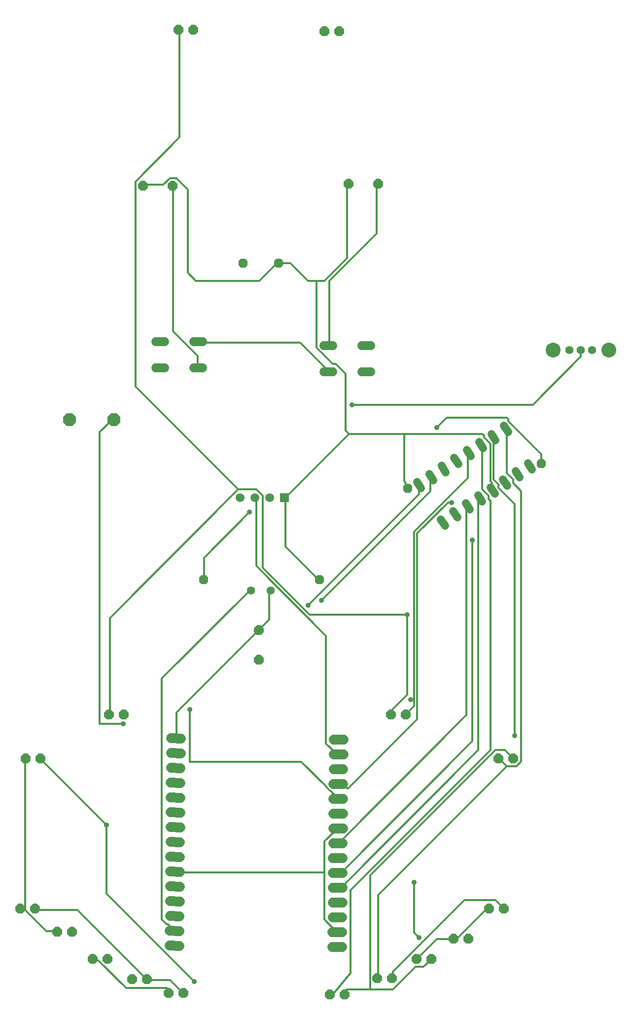
<source format=gbr>
G04 EAGLE Gerber RS-274X export*
G75*
%MOMM*%
%FSLAX34Y34*%
%LPD*%
%INTop Copper*%
%IPPOS*%
%AMOC8*
5,1,8,0,0,1.08239X$1,22.5*%
G01*
%ADD10C,1.320800*%
%ADD11P,1.814519X8X22.500000*%
%ADD12P,1.814519X8X202.500000*%
%ADD13C,1.400000*%
%ADD14P,1.814519X8X112.500000*%
%ADD15C,1.524000*%
%ADD16C,1.676400*%
%ADD17R,1.508000X1.508000*%
%ADD18C,1.508000*%
%ADD19P,1.732040X8X22.500000*%
%ADD20P,2.336880X8X22.500000*%
%ADD21C,1.422400*%
%ADD22C,2.540000*%
%ADD23C,0.304800*%
%ADD24C,0.914400*%


D10*
X1054251Y1031130D02*
X1061387Y1020016D01*
X1040012Y1006294D02*
X1032877Y1017408D01*
X926005Y948798D02*
X933141Y937683D01*
X911766Y923961D02*
X904631Y935076D01*
X1011503Y1003686D02*
X1018638Y992571D01*
X997264Y978849D02*
X990128Y989964D01*
X947380Y962520D02*
X954515Y951405D01*
X975889Y965127D02*
X968754Y976242D01*
X945797Y870952D02*
X952933Y859838D01*
X974307Y873560D02*
X967172Y884674D01*
X988546Y898397D02*
X995681Y887282D01*
X1017056Y901004D02*
X1009920Y912119D01*
X1031295Y925841D02*
X1038430Y914726D01*
X1059804Y928448D02*
X1052669Y939563D01*
X1074043Y953285D02*
X1081179Y942170D01*
X1102553Y955892D02*
X1095418Y967007D01*
D11*
X415520Y81900D03*
X440920Y81900D03*
X495080Y1710540D03*
X520480Y1710540D03*
X836720Y84240D03*
X862120Y84240D03*
X375740Y535860D03*
X401140Y535860D03*
X233000Y460980D03*
X258400Y460980D03*
X967760Y152100D03*
X993160Y152100D03*
X754820Y56160D03*
X780220Y56160D03*
X904580Y117000D03*
X929980Y117000D03*
X223640Y203580D03*
X249040Y203580D03*
X286820Y163800D03*
X312220Y163800D03*
X1028600Y203580D03*
X1054000Y203580D03*
X860120Y535860D03*
X885520Y535860D03*
X1044980Y460980D03*
X1070380Y460980D03*
X347660Y117000D03*
X373060Y117000D03*
D12*
X770860Y1708200D03*
X745460Y1708200D03*
D11*
X478700Y58500D03*
X504100Y58500D03*
D13*
X619480Y748800D03*
X653480Y748800D03*
D14*
X633494Y630378D03*
X633494Y681178D03*
D11*
X786974Y1446548D03*
X837774Y1446548D03*
X434398Y1442590D03*
X485198Y1442590D03*
D15*
X744872Y1168794D02*
X760112Y1168794D01*
X760112Y1123582D02*
X744872Y1123582D01*
X809896Y1168794D02*
X825136Y1168794D01*
X825136Y1123582D02*
X809896Y1123582D01*
X536490Y1130114D02*
X521250Y1130114D01*
X521250Y1175326D02*
X536490Y1175326D01*
X471466Y1130114D02*
X456226Y1130114D01*
X456226Y1175326D02*
X471466Y1175326D01*
D16*
X482577Y495137D02*
X499340Y495020D01*
X499163Y469621D02*
X482400Y469738D01*
X482222Y444339D02*
X498986Y444222D01*
X498808Y418822D02*
X482045Y418939D01*
X481868Y393540D02*
X498631Y393423D01*
X498454Y368024D02*
X481690Y368141D01*
X481513Y342741D02*
X498277Y342624D01*
X498099Y317225D02*
X481336Y317342D01*
X481158Y291942D02*
X497922Y291825D01*
X497745Y266426D02*
X480981Y266543D01*
X480804Y241144D02*
X497567Y241027D01*
X497390Y215627D02*
X480626Y215744D01*
X480449Y190345D02*
X497213Y190228D01*
X497035Y164828D02*
X480272Y164945D01*
X480094Y139546D02*
X496858Y139429D01*
X759488Y137596D02*
X776251Y137479D01*
X776428Y162878D02*
X759665Y162995D01*
X759842Y188394D02*
X776606Y188277D01*
X776783Y213677D02*
X760020Y213794D01*
X760197Y239193D02*
X776960Y239076D01*
X777138Y264475D02*
X760374Y264592D01*
X760551Y289992D02*
X777315Y289875D01*
X777492Y315274D02*
X760729Y315391D01*
X760906Y340791D02*
X777670Y340674D01*
X777847Y366073D02*
X761083Y366190D01*
X761261Y391589D02*
X778024Y391472D01*
X778202Y416872D02*
X761438Y416989D01*
X761615Y442388D02*
X778379Y442271D01*
X778556Y467671D02*
X761793Y467788D01*
X761970Y493187D02*
X778734Y493070D01*
D17*
X677004Y908008D03*
D18*
X651604Y908008D03*
X626204Y908008D03*
X600804Y908008D03*
D19*
X666900Y1310400D03*
X606060Y1310400D03*
X538200Y767520D03*
X737100Y767520D03*
X1118520Y966420D03*
X889200Y924300D03*
D20*
X308220Y1041300D03*
X384420Y1041300D03*
D21*
X1186380Y1160640D03*
D22*
X1234380Y1160640D03*
X1138380Y1160640D03*
D21*
X1166380Y1160640D03*
X1205380Y1160640D03*
D23*
X908050Y927608D02*
X908050Y913638D01*
X718058Y723646D01*
X908050Y927608D02*
X908199Y929518D01*
D24*
X718058Y723646D03*
D23*
X628650Y790702D02*
X628650Y905256D01*
X628650Y790702D02*
X748792Y670560D01*
X748792Y486156D01*
X768350Y466598D01*
X628650Y905256D02*
X626204Y908008D01*
X770175Y467729D02*
X768350Y466598D01*
X824230Y64262D02*
X863346Y64262D01*
X824230Y64262D02*
X785222Y64262D01*
X863346Y64262D02*
X902462Y103378D01*
X916432Y103378D01*
X927608Y114554D01*
X785222Y64262D02*
X780220Y56160D01*
X927608Y114554D02*
X929980Y117000D01*
X991870Y941578D02*
X991870Y983488D01*
X991870Y941578D02*
X899668Y849376D01*
X899668Y561594D02*
X899668Y550418D01*
X899668Y561594D02*
X899668Y849376D01*
X899668Y550418D02*
X885698Y536448D01*
X991870Y983488D02*
X993696Y984407D01*
X885698Y536448D02*
X885520Y535860D01*
X894080Y561594D02*
X899668Y561594D01*
X824230Y259842D02*
X824230Y64262D01*
X824230Y259842D02*
X1039368Y474980D01*
X1056132Y474980D01*
X1070102Y461010D01*
X1070380Y460980D01*
D24*
X894080Y561594D03*
D23*
X371602Y346456D02*
X259842Y458216D01*
X258400Y460980D01*
X371602Y229108D02*
X522478Y78232D01*
X371602Y229108D02*
X371602Y346456D01*
X899668Y248666D02*
X899668Y162052D01*
X908050Y153670D01*
D24*
X371602Y346456D03*
X522478Y78232D03*
X899668Y248666D03*
X908050Y153670D03*
D23*
X503828Y58674D02*
X502920Y58674D01*
X480568Y81026D01*
X441452Y81026D01*
X503828Y58674D02*
X504100Y58500D01*
X441452Y81026D02*
X440920Y81900D01*
X321310Y201168D02*
X251460Y201168D01*
X321310Y201168D02*
X438658Y83820D01*
X251460Y201168D02*
X249040Y203580D01*
X438658Y83820D02*
X440920Y81900D01*
X863346Y86614D02*
X863346Y94996D01*
X986282Y217932D01*
X1039368Y217932D01*
X1053338Y203962D01*
X863346Y86614D02*
X862120Y84240D01*
X1053338Y203962D02*
X1054000Y203580D01*
X927608Y919226D02*
X927608Y941578D01*
X927608Y919226D02*
X740410Y732028D01*
X927608Y941578D02*
X929573Y943240D01*
D24*
X740410Y732028D03*
D23*
X231902Y201168D02*
X226314Y201168D01*
X231902Y201168D02*
X268224Y164846D01*
X284988Y164846D01*
X226314Y201168D02*
X223640Y203580D01*
X284988Y164846D02*
X286820Y163800D01*
X231902Y201168D02*
X231902Y458216D01*
X233000Y460980D01*
X223640Y203580D02*
X231902Y201168D01*
X1017016Y922020D02*
X1017016Y997458D01*
X1017016Y922020D02*
X1028192Y910844D01*
X1028192Y905256D01*
X1030986Y902462D01*
X1030986Y474980D01*
X790702Y234696D01*
X790702Y92202D01*
X1017016Y997458D02*
X1015070Y998129D01*
X760810Y57123D02*
X754820Y56160D01*
X760810Y57123D02*
X790702Y92202D01*
X938784Y150876D02*
X966724Y150876D01*
X938784Y150876D02*
X905256Y117348D01*
X966724Y150876D02*
X967760Y152100D01*
X905256Y117348D02*
X904580Y117000D01*
X1036574Y938784D02*
X1036574Y1011428D01*
X1036574Y938784D02*
X1044956Y930402D01*
X1044956Y924814D01*
X1072896Y896874D01*
X1072896Y500126D01*
X1036574Y1011428D02*
X1036445Y1011851D01*
X975106Y153670D02*
X969518Y153670D01*
X975106Y153670D02*
X1022604Y201168D01*
X1028192Y201168D01*
X969518Y153670D02*
X967760Y152100D01*
X1028192Y201168D02*
X1028600Y203580D01*
D24*
X1072896Y500126D03*
D23*
X357632Y114554D02*
X349250Y114554D01*
X357632Y114554D02*
X405130Y67056D01*
X474980Y67056D01*
X478142Y63894D01*
X349250Y114554D02*
X347660Y117000D01*
X478142Y63894D02*
X478700Y58500D01*
X1058926Y949960D02*
X1058926Y1025398D01*
X1058926Y949960D02*
X1070102Y938784D01*
X1070102Y933196D01*
X1084072Y919226D01*
X1084072Y455422D01*
X1075690Y447040D01*
X1058926Y447040D01*
X1047750Y458216D01*
X1058926Y1025398D02*
X1057819Y1025573D01*
X1044980Y460980D02*
X1047750Y458216D01*
X838200Y226314D02*
X838200Y86614D01*
X838200Y226314D02*
X1058926Y447040D01*
X838200Y86614D02*
X836720Y84240D01*
X888492Y569976D02*
X888492Y706882D01*
X888492Y569976D02*
X860552Y542036D01*
X860552Y536448D01*
X860120Y535860D01*
X377190Y536448D02*
X377190Y701294D01*
X597916Y922020D01*
X628650Y922020D01*
X639826Y910844D01*
X639826Y787908D01*
X720852Y706882D01*
X888492Y706882D01*
X377190Y536448D02*
X375740Y535860D01*
X497332Y1525524D02*
X497332Y1708223D01*
X497332Y1525524D02*
X421894Y1450086D01*
X421894Y1098042D01*
X597916Y922020D01*
X497332Y1708223D02*
X495080Y1710540D01*
D24*
X888492Y706882D03*
D23*
X754380Y1170686D02*
X754380Y1279652D01*
X835406Y1360678D01*
X835406Y1444498D01*
X754380Y1170686D02*
X752492Y1168794D01*
X835406Y1444498D02*
X837774Y1446548D01*
X528066Y1151128D02*
X528066Y1131570D01*
X528066Y1151128D02*
X486156Y1193038D01*
X486156Y1441704D01*
X528066Y1131570D02*
X528870Y1130114D01*
X486156Y1441704D02*
X485198Y1442590D01*
X651002Y748269D02*
X651002Y698500D01*
X634238Y681736D01*
X651002Y748269D02*
X653480Y748800D01*
X634238Y681736D02*
X633494Y681178D01*
X491744Y539242D02*
X491744Y497332D01*
X491744Y539242D02*
X631444Y678942D01*
X491744Y497332D02*
X490959Y495079D01*
X631444Y678942D02*
X633494Y681178D01*
X667766Y1310386D02*
X687324Y1310386D01*
X718058Y1279652D01*
X732028Y1279652D02*
X745998Y1279652D01*
X732028Y1279652D02*
X718058Y1279652D01*
X745998Y1279652D02*
X785114Y1318768D01*
X785114Y1444498D01*
X667766Y1310386D02*
X666900Y1310400D01*
X785114Y1444498D02*
X786974Y1446548D01*
X469392Y1444498D02*
X435864Y1444498D01*
X469392Y1444498D02*
X480568Y1455674D01*
X491744Y1455674D01*
X511302Y1436116D01*
X511302Y1293622D01*
X525272Y1279652D01*
X634238Y1279652D01*
X664972Y1310386D01*
X435864Y1444498D02*
X434398Y1442590D01*
X664972Y1310386D02*
X666900Y1310400D01*
X1033780Y933196D02*
X1033780Y925000D01*
X1033780Y922020D01*
X1033780Y933196D02*
X1030986Y935990D01*
X1030986Y1000252D01*
X1019810Y1011428D01*
X1019810Y1014222D01*
X1017016Y1017016D01*
X882904Y1017016D02*
X787908Y1017016D01*
X882904Y1017016D02*
X1017016Y1017016D01*
X787908Y1017016D02*
X678942Y908050D01*
X677004Y908008D01*
X477774Y176022D02*
X486156Y167640D01*
X477774Y176022D02*
X474980Y176022D01*
X466598Y184404D01*
X466598Y597916D01*
X616752Y748070D01*
X486156Y167640D02*
X488653Y164887D01*
X616752Y748070D02*
X619480Y748800D01*
X678942Y824230D02*
X678942Y905256D01*
X678942Y824230D02*
X734822Y768350D01*
X678942Y905256D02*
X677004Y908008D01*
X734822Y768350D02*
X737100Y767520D01*
X732028Y1165098D02*
X732028Y1279652D01*
X732028Y1165098D02*
X759968Y1137158D01*
X765556Y1137158D01*
X782320Y1120394D01*
X782320Y1022604D01*
X787908Y1017016D01*
X882904Y1017016D02*
X882904Y937275D01*
X889200Y924300D01*
X1034862Y920283D02*
X1035000Y925000D01*
X1033780Y925000D01*
X539242Y804672D02*
X539242Y768350D01*
X539242Y804672D02*
X617474Y882904D01*
X793496Y1067308D02*
X1103630Y1067308D01*
X1186380Y1150058D01*
X539242Y768350D02*
X538200Y767520D01*
D24*
X617474Y882904D03*
X793496Y1067308D03*
D23*
X1186380Y1150058D02*
X1186380Y1160640D01*
X745998Y184404D02*
X765556Y164846D01*
X745998Y265430D02*
X745998Y318516D01*
X745998Y265430D02*
X745998Y184404D01*
X745998Y318516D02*
X768350Y340868D01*
X765556Y164846D02*
X768047Y162936D01*
X769288Y340732D02*
X768350Y340868D01*
X745998Y265430D02*
X491744Y265430D01*
X489363Y266485D01*
X530860Y1173480D02*
X704088Y1173480D01*
X751586Y1125982D01*
X530860Y1173480D02*
X528870Y1175326D01*
X751586Y1125982D02*
X752492Y1123582D01*
X1061720Y1039368D02*
X1118520Y982568D01*
X1061720Y1039368D02*
X1061720Y1042162D01*
X1058926Y1044956D01*
X955548Y1044956D01*
X938784Y1028192D01*
X1118520Y982568D02*
X1118520Y966420D01*
D24*
X938784Y1028192D03*
D23*
X958342Y899668D02*
X963930Y899668D01*
X958342Y899668D02*
X905256Y846582D01*
X905256Y527612D01*
X786354Y408710D01*
D24*
X963930Y899668D03*
D23*
X769820Y416930D02*
X770000Y415000D01*
X786354Y408710D01*
X1000000Y490000D02*
X1000000Y835000D01*
X1000000Y490000D02*
X770000Y260000D01*
X768756Y264534D01*
D24*
X1000000Y835000D03*
D23*
X1010000Y905000D02*
X1010000Y475000D01*
X770000Y235000D01*
X1010000Y905000D02*
X1013488Y906561D01*
X768579Y239135D02*
X770000Y235000D01*
X515000Y455000D02*
X515000Y545000D01*
X400000Y520000D02*
X360000Y520000D01*
X360000Y1020000D01*
X380000Y1040000D01*
X384420Y1041300D01*
D24*
X515000Y545000D03*
X400000Y520000D03*
D23*
X756597Y404576D02*
X769643Y391531D01*
X748956Y412217D02*
X706173Y455000D01*
X748956Y412217D02*
X748956Y411819D01*
X756199Y404576D01*
X756597Y404576D01*
X706173Y455000D02*
X515000Y455000D01*
X990000Y535000D02*
X990000Y890000D01*
X990000Y535000D02*
X770000Y315000D01*
X990000Y890000D02*
X992114Y892839D01*
X770000Y315000D02*
X769111Y315333D01*
M02*

</source>
